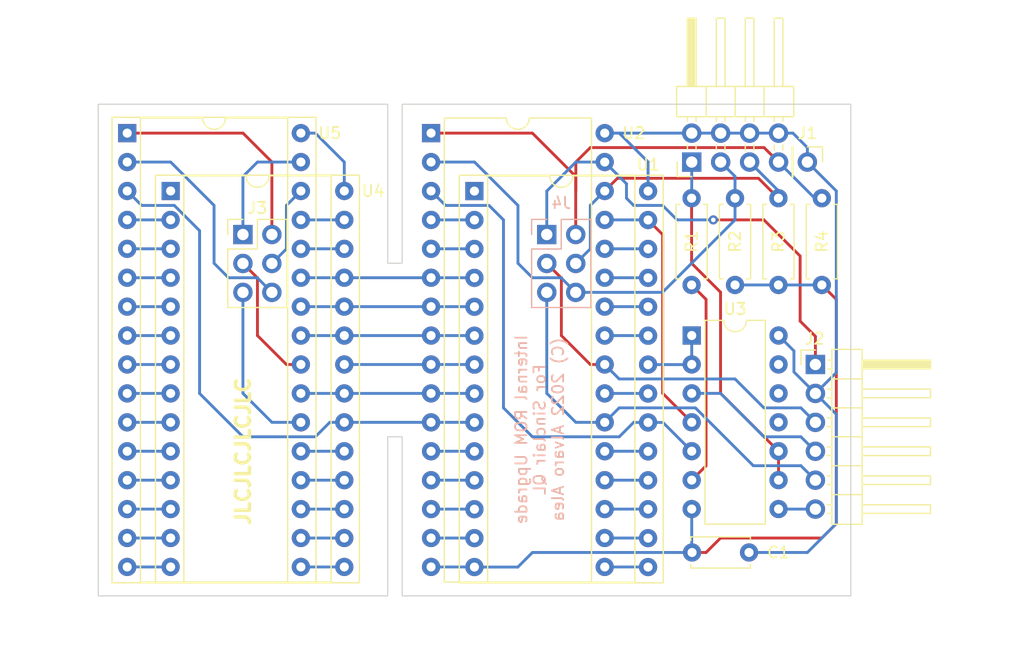
<source format=kicad_pcb>
(kicad_pcb (version 20221018) (generator pcbnew)
  (layers (0 "F.Cu" signal) (31 "B.Cu" signal) (34 "B.Paste" user) (35 "F.Paste" user) (36 "B.SilkS" user "B.Silkscreen") (37 "F.SilkS" user "F.Silkscreen") (38 "B.Mask" user) (39 "F.Mask" user) (44 "Edge.Cuts" user))
  (net 0 "")
  (net 1 "Net-(J1-Pin_1)")
  (net 2 "/D3")
  (net 3 "/D4")
  (net 4 "/A7")
  (net 5 "/D5")
  (net 6 "/A6")
  (net 7 "/D6")
  (net 8 "/A5")
  (net 9 "/D7")
  (net 10 "/A4")
  (net 11 "/A3")
  (net 12 "/A10")
  (net 13 "/A2")
  (net 14 "/A1")
  (net 15 "/A11")
  (net 16 "/A0")
  (net 17 "/A9")
  (net 18 "/D0")
  (net 19 "/A8")
  (net 20 "/D1")
  (net 21 "/D2")
  (net 22 "VCC")
  (net 23 "GND")
  (net 24 "/A12")
  (net 25 "/A15")
  (net 26 "Net-(J2-Pin_1)")
  (net 27 "/A13")
  (net 28 "/A14")
  (net 29 "/A18")
  (net 30 "/A16")
  (net 31 "/A17")
  (net 32 "Net-(J2-Pin_3)")
  (net 33 "Net-(J2-Pin_4)")
  (net 34 "Net-(J2-Pin_5)")
  (net 35 "Net-(R1-Pad1)")
  (net 39 "Net-(J2-Pin_6)")
  (net 40 "Net-(J3-Pin_1)")
  (net 41 "Net-(J3-Pin_2)")
  (net 42 "Net-(J3-Pin_3)")
  (net 43 "Net-(J3-Pin_4)")
  (net 44 "Net-(J3-Pin_5)")
  (net 45 "Net-(J3-Pin_6)")
  (net 47 "Net-(U1-~{OE})")
  (net 49 "Net-(U4-A12)")
  (net 50 "Net-(U4-A7)")
  (net 51 "Net-(U4-A6)")
  (net 52 "Net-(U4-A5)")
  (net 53 "Net-(U4-A4)")
  (net 54 "Net-(U4-A3)")
  (net 55 "Net-(U4-A2)")
  (net 56 "Net-(U4-A1)")
  (net 57 "Net-(U4-A0)")
  (net 58 "Net-(U4-D0)")
  (net 59 "Net-(U4-D1)")
  (net 60 "Net-(U4-D2)")
  (net 61 "Net-(U4-GND)")
  (net 62 "Net-(U4-D3)")
  (net 63 "Net-(U4-D4)")
  (net 64 "Net-(U4-D5)")
  (net 65 "Net-(U4-D6)")
  (net 66 "Net-(U4-D7)")
  (net 67 "Net-(U4-A13)")
  (net 68 "Net-(U4-A14)")
  (net 69 "Net-(U4-VCC)")
  (footprint "Resistor_THT:R_Axial_DIN0207_L6.3mm_D2.5mm_P7.62mm_Horizontal" (layer "F.Cu") (at 160.02 71.12 90)
    (fp_text reference "R4" (at 3.81 0 90) (layer "F.SilkS"))
    (fp_text value "R")
    (pad "1" thru_hole circle (at 0 0 90) (size 1.6 1.6) (drill 0.8) (layers "*.Cu" "*.Mask") (net 23 "GND"))
    (pad "2" thru_hole oval (at 7.62 0 90) (size 1.6 1.6) (drill 0.8) (layers "*.Cu" "*.Mask") (net 29 "/A18"))
  )
  (footprint "Package_DIP:DIP-32_W15.24mm_Socket" (layer "F.Cu") (at 99.06 57.785)
    (fp_text reference "U5" (at 17.78 0) (layer "F.SilkS"))
    (fp_text value "39SF040")
    (pad "1" thru_hole rect (at 0 0) (size 1.6 1.6) (drill 0.8) (layers "*.Cu" "*.Mask") (net 41 "Net-(J3-Pin_2)"))
    (pad "2" thru_hole oval (at 0 2.54) (size 1.6 1.6) (drill 0.8) (layers "*.Cu" "*.Mask") (net 45 "Net-(J3-Pin_6)"))
    (pad "3" thru_hole oval (at 0 5.08) (size 1.6 1.6) (drill 0.8) (layers "*.Cu" "*.Mask") (net 14 "/A1"))
    (pad "4" thru_hole oval (at 0 7.62) (size 1.6 1.6) (drill 0.8) (layers "*.Cu" "*.Mask") (net 49 "Net-(U4-A12)"))
    (pad "5" thru_hole oval (at 0 10.16) (size 1.6 1.6) (drill 0.8) (layers "*.Cu" "*.Mask") (net 50 "Net-(U4-A7)"))
    (pad "6" thru_hole oval (at 0 12.7) (size 1.6 1.6) (drill 0.8) (layers "*.Cu" "*.Mask") (net 51 "Net-(U4-A6)"))
    (pad "7" thru_hole oval (at 0 15.24) (size 1.6 1.6) (drill 0.8) (layers "*.Cu" "*.Mask") (net 52 "Net-(U4-A5)"))
    (pad "8" thru_hole oval (at 0 17.78) (size 1.6 1.6) (drill 0.8) (layers "*.Cu" "*.Mask") (net 53 "Net-(U4-A4)"))
    (pad "9" thru_hole oval (at 0 20.32) (size 1.6 1.6) (drill 0.8) (layers "*.Cu" "*.Mask") (net 54 "Net-(U4-A3)"))
    (pad "10" thru_hole oval (at 0 22.86) (size 1.6 1.6) (drill 0.8) (layers "*.Cu" "*.Mask") (net 55 "Net-(U4-A2)"))
    (pad "11" thru_hole oval (at 0 25.4) (size 1.6 1.6) (drill 0.8) (layers "*.Cu" "*.Mask") (net 56 "Net-(U4-A1)"))
    (pad "12" thru_hole oval (at 0 27.94) (size 1.6 1.6) (drill 0.8) (layers "*.Cu" "*.Mask") (net 57 "Net-(U4-A0)"))
    (pad "13" thru_hole oval (at 0 30.48) (size 1.6 1.6) (drill 0.8) (layers "*.Cu" "*.Mask") (net 58 "Net-(U4-D0)"))
    (pad "14" thru_hole oval (at 0 33.02) (size 1.6 1.6) (drill 0.8) (layers "*.Cu" "*.Mask") (net 59 "Net-(U4-D1)"))
    (pad "15" thru_hole oval (at 0 35.56) (size 1.6 1.6) (drill 0.8) (layers "*.Cu" "*.Mask") (net 60 "Net-(U4-D2)"))
    (pad "16" thru_hole oval (at 0 38.1) (size 1.6 1.6) (drill 0.8) (layers "*.Cu" "*.Mask") (net 61 "Net-(U4-GND)"))
    (pad "17" thru_hole oval (at 15.24 38.1) (size 1.6 1.6) (drill 0.8) (layers "*.Cu" "*.Mask") (net 62 "Net-(U4-D3)"))
    (pad "18" thru_hole oval (at 15.24 35.56) (size 1.6 1.6) (drill 0.8) (layers "*.Cu" "*.Mask") (net 63 "Net-(U4-D4)"))
    (pad "19" thru_hole oval (at 15.24 33.02) (size 1.6 1.6) (drill 0.8) (layers "*.Cu" "*.Mask") (net 64 "Net-(U4-D5)"))
    (pad "20" thru_hole oval (at 15.24 30.48) (size 1.6 1.6) (drill 0.8) (layers "*.Cu" "*.Mask") (net 65 "Net-(U4-D6)"))
    (pad "21" thru_hole oval (at 15.24 27.94) (size 1.6 1.6) (drill 0.8) (layers "*.Cu" "*.Mask") (net 66 "Net-(U4-D7)"))
    (pad "22" thru_hole oval (at 15.24 25.4) (size 1.6 1.6) (drill 0.8) (layers "*.Cu" "*.Mask") (net 44 "Net-(J3-Pin_5)"))
    (pad "23" thru_hole oval (at 15.24 22.86) (size 1.6 1.6) (drill 0.8) (layers "*.Cu" "*.Mask") (net 13 "/A2"))
    (pad "24" thru_hole oval (at 15.24 20.32) (size 1.6 1.6) (drill 0.8) (layers "*.Cu" "*.Mask") (net 42 "Net-(J3-Pin_3)"))
    (pad "25" thru_hole oval (at 15.24 17.78) (size 1.6 1.6) (drill 0.8) (layers "*.Cu" "*.Mask") (net 10 "/A4"))
    (pad "26" thru_hole oval (at 15.24 15.24) (size 1.6 1.6) (drill 0.8) (layers "*.Cu" "*.Mask") (net 8 "/A5"))
    (pad "27" thru_hole oval (at 15.24 12.7) (size 1.6 1.6) (drill 0.8) (layers "*.Cu" "*.Mask") (net 6 "/A6"))
    (pad "28" thru_hole oval (at 15.24 10.16) (size 1.6 1.6) (drill 0.8) (layers "*.Cu" "*.Mask") (net 67 "Net-(U4-A13)"))
    (pad "29" thru_hole oval (at 15.24 7.62) (size 1.6 1.6) (drill 0.8) (layers "*.Cu" "*.Mask") (net 68 "Net-(U4-A14)"))
    (pad "30" thru_hole oval (at 15.24 5.08) (size 1.6 1.6) (drill 0.8) (layers "*.Cu" "*.Mask") (net 43 "Net-(J3-Pin_4)"))
    (pad "31" thru_hole oval (at 15.24 2.54) (size 1.6 1.6) (drill 0.8) (layers "*.Cu" "*.Mask") (net 40 "Net-(J3-Pin_1)"))
    (pad "32" thru_hole oval (at 15.24 0) (size 1.6 1.6) (drill 0.8) (layers "*.Cu" "*.Mask") (net 69 "Net-(U4-VCC)"))
  )
  (footprint "Resistor_THT:R_Axial_DIN0207_L6.3mm_D2.5mm_P7.62mm_Horizontal" (layer "F.Cu") (at 148.59 71.12 90)
    (fp_text reference "R1" (at 3.81 0 90) (layer "F.SilkS"))
    (fp_text value "R")
    (pad "1" thru_hole circle (at 0 0 90) (size 1.6 1.6) (drill 0.8) (layers "*.Cu" "*.Mask") (net 35 "Net-(R1-Pad1)"))
    (pad "2" thru_hole oval (at 7.62 0 90) (size 1.6 1.6) (drill 0.8) (layers "*.Cu" "*.Mask") (net 1 "Net-(J1-Pin_1)"))
  )
  (footprint "Package_DIP:DIP-28_W15.24mm_Socket" (layer "F.Cu") (at 129.53 62.875)
    (fp_text reference "U1" (at 15.25 -2.33) (layer "F.SilkS"))
    (fp_text value "27C256")
    (pad "1" thru_hole rect (at 0 0) (size 1.6 1.6) (drill 0.8) (layers "*.Cu" "*.Mask"))
    (pad "2" thru_hole oval (at 0 2.54) (size 1.6 1.6) (drill 0.8) (layers "*.Cu" "*.Mask") (net 24 "/A12"))
    (pad "3" thru_hole oval (at 0 5.08) (size 1.6 1.6) (drill 0.8) (layers "*.Cu" "*.Mask") (net 4 "/A7"))
    (pad "4" thru_hole oval (at 0 7.62) (size 1.6 1.6) (drill 0.8) (layers "*.Cu" "*.Mask") (net 6 "/A6"))
    (pad "5" thru_hole oval (at 0 10.16) (size 1.6 1.6) (drill 0.8) (layers "*.Cu" "*.Mask") (net 8 "/A5"))
    (pad "6" thru_hole oval (at 0 12.7) (size 1.6 1.6) (drill 0.8) (layers "*.Cu" "*.Mask") (net 10 "/A4"))
    (pad "7" thru_hole oval (at 0 15.24) (size 1.6 1.6) (drill 0.8) (layers "*.Cu" "*.Mask") (net 11 "/A3"))
    (pad "8" thru_hole oval (at 0 17.78) (size 1.6 1.6) (drill 0.8) (layers "*.Cu" "*.Mask") (net 13 "/A2"))
    (pad "9" thru_hole oval (at 0 20.32) (size 1.6 1.6) (drill 0.8) (layers "*.Cu" "*.Mask") (net 14 "/A1"))
    (pad "10" thru_hole oval (at 0 22.86) (size 1.6 1.6) (drill 0.8) (layers "*.Cu" "*.Mask") (net 16 "/A0"))
    (pad "11" thru_hole oval (at 0 25.4) (size 1.6 1.6) (drill 0.8) (layers "*.Cu" "*.Mask") (net 18 "/D0"))
    (pad "12" thru_hole oval (at 0 27.94) (size 1.6 1.6) (drill 0.8) (layers "*.Cu" "*.Mask") (net 20 "/D1"))
    (pad "13" thru_hole oval (at 0 30.48) (size 1.6 1.6) (drill 0.8) (layers "*.Cu" "*.Mask") (net 21 "/D2"))
    (pad "14" thru_hole oval (at 0 33.02) (size 1.6 1.6) (drill 0.8) (layers "*.Cu" "*.Mask") (net 23 "GND"))
    (pad "15" thru_hole oval (at 15.24 33.02) (size 1.6 1.6) (drill 0.8) (layers "*.Cu" "*.Mask") (net 2 "/D3"))
    (pad "16" thru_hole oval (at 15.24 30.48) (size 1.6 1.6) (drill 0.8) (layers "*.Cu" "*.Mask") (net 3 "/D4"))
    (pad "17" thru_hole oval (at 15.24 27.94) (size 1.6 1.6) (drill 0.8) (layers "*.Cu" "*.Mask") (net 5 "/D5"))
    (pad "18" thru_hole oval (at 15.24 25.4) (size 1.6 1.6) (drill 0.8) (layers "*.Cu" "*.Mask") (net 7 "/D6"))
    (pad "19" thru_hole oval (at 15.24 22.86) (size 1.6 1.6) (drill 0.8) (layers "*.Cu" "*.Mask") (net 9 "/D7"))
    (pad "20" thru_hole oval (at 15.24 20.32) (size 1.6 1.6) (drill 0.8) (layers "*.Cu" "*.Mask") (net 25 "/A15"))
    (pad "21" thru_hole oval (at 15.24 17.78) (size 1.6 1.6) (drill 0.8) (layers "*.Cu" "*.Mask") (net 12 "/A10"))
    (pad "22" thru_hole oval (at 15.24 15.24) (size 1.6 1.6) (drill 0.8) (layers "*.Cu" "*.Mask") (net 47 "Net-(U1-~{OE})"))
    (pad "23" thru_hole oval (at 15.24 12.7) (size 1.6 1.6) (drill 0.8) (layers "*.Cu" "*.Mask") (net 15 "/A11"))
    (pad "24" thru_hole oval (at 15.24 10.16) (size 1.6 1.6) (drill 0.8) (layers "*.Cu" "*.Mask") (net 17 "/A9"))
    (pad "25" thru_hole oval (at 15.24 7.62) (size 1.6 1.6) (drill 0.8) (layers "*.Cu" "*.Mask") (net 19 "/A8"))
    (pad "26" thru_hole oval (at 15.24 5.08) (size 1.6 1.6) (drill 0.8) (layers "*.Cu" "*.Mask") (net 27 "/A13"))
    (pad "27" thru_hole oval (at 15.24 2.54) (size 1.6 1.6) (drill 0.8) (layers "*.Cu" "*.Mask") (net 28 "/A14"))
    (pad "28" thru_hole oval (at 15.24 0) (size 1.6 1.6) (drill 0.8) (layers "*.Cu" "*.Mask") (net 22 "VCC"))
  )
  (footprint "Package_DIP:DIP-14_W7.62mm" (layer "F.Cu") (at 148.6 75.56)
    (fp_text reference "U3" (at 3.81 -2.33) (layer "F.SilkS"))
    (fp_text value "74LS00")
    (pad "1" thru_hole rect (at 0 0) (size 1.6 1.6) (drill 0.8) (layers "*.Cu" "*.Mask") (net 47 "Net-(U1-~{OE})"))
    (pad "2" thru_hole oval (at 0 2.54) (size 1.6 1.6) (drill 0.8) (layers "*.Cu" "*.Mask") (net 47 "Net-(U1-~{OE})"))
    (pad "3" thru_hole oval (at 0 5.08) (size 1.6 1.6) (drill 0.8) (layers "*.Cu" "*.Mask") (net 33 "Net-(J2-Pin_4)"))
    (pad "4" thru_hole oval (at 0 7.62) (size 1.6 1.6) (drill 0.8) (layers "*.Cu" "*.Mask") (net 28 "/A14"))
    (pad "5" thru_hole oval (at 0 10.16) (size 1.6 1.6) (drill 0.8) (layers "*.Cu" "*.Mask") (net 25 "/A15"))
    (pad "6" thru_hole oval (at 0 12.7) (size 1.6 1.6) (drill 0.8) (layers "*.Cu" "*.Mask") (net 35 "Net-(R1-Pad1)"))
    (pad "7" thru_hole oval (at 0 15.24) (size 1.6 1.6) (drill 0.8) (layers "*.Cu" "*.Mask") (net 23 "GND"))
    (pad "8" thru_hole oval (at 7.62 15.24) (size 1.6 1.6) (drill 0.8) (layers "*.Cu" "*.Mask") (net 39 "Net-(J2-Pin_6)"))
    (pad "9" thru_hole oval (at 7.62 12.7) (size 1.6 1.6) (drill 0.8) (layers "*.Cu" "*.Mask") (net 1 "Net-(J1-Pin_1)"))
    (pad "10" thru_hole oval (at 7.62 10.16) (size 1.6 1.6) (drill 0.8) (layers "*.Cu" "*.Mask") (net 1 "Net-(J1-Pin_1)"))
    (pad "11" thru_hole oval (at 7.62 7.62) (size 1.6 1.6) (drill 0.8) (layers "*.Cu" "*.Mask"))
    (pad "12" thru_hole oval (at 7.62 5.08) (size 1.6 1.6) (drill 0.8) (layers "*.Cu" "*.Mask"))
    (pad "13" thru_hole oval (at 7.62 2.54) (size 1.6 1.6) (drill 0.8) (layers "*.Cu" "*.Mask"))
    (pad "14" thru_hole oval (at 7.62 0) (size 1.6 1.6) (drill 0.8) (layers "*.Cu" "*.Mask") (net 22 "VCC"))
  )
  (footprint "Connector_PinHeader_2.54mm:PinHeader_1x06_P2.54mm_Horizontal" (layer "F.Cu") (at 159.455 78.105)
    (fp_text reference "J2" (at -0.07 -2.27) (layer "F.SilkS"))
    (fp_text value "Conn_02x03_Odd_Even")
    (pad "1" thru_hole rect (at 0 0) (size 1.7 1.7) (drill 1) (layers "*.Cu" "*.Mask") (net 26 "Net-(J2-Pin_1)"))
    (pad "2" thru_hole oval (at 0 2.54) (size 1.7 1.7) (drill 1) (layers "*.Cu" "*.Mask") (net 22 "VCC"))
    (pad "3" thru_hole oval (at 0 5.08) (size 1.7 1.7) (drill 1) (layers "*.Cu" "*.Mask") (net 32 "Net-(J2-Pin_3)"))
    (pad "4" thru_hole oval (at 0 7.62) (size 1.7 1.7) (drill 1) (layers "*.Cu" "*.Mask") (net 33 "Net-(J2-Pin_4)"))
    (pad "5" thru_hole oval (at 0 10.16) (size 1.7 1.7) (drill 1) (layers "*.Cu" "*.Mask") (net 34 "Net-(J2-Pin_5)"))
    (pad "6" thru_hole oval (at 0 12.7) (size 1.7 1.7) (drill 1) (layers "*.Cu" "*.Mask") (net 39 "Net-(J2-Pin_6)"))
  )
  (footprint "Connector_PinHeader_2.54mm:PinHeader_2x03_P2.54mm_Vertical" (layer "F.Cu") (at 109.215 66.69)
    (fp_text reference "J3" (at 1.27 -2.33) (layer "F.SilkS"))
    (fp_text value "Conn_02x03_Odd_Even")
    (pad "1" thru_hole rect (at 0 0) (size 1.7 1.7) (drill 1) (layers "*.Cu" "*.Mask") (net 40 "Net-(J3-Pin_1)"))
    (pad "2" thru_hole oval (at 2.54 0) (size 1.7 1.7) (drill 1) (layers "*.Cu" "*.Mask") (net 41 "Net-(J3-Pin_2)"))
    (pad "3" thru_hole oval (at 0 2.54) (size 1.7 1.7) (drill 1) (layers "*.Cu" "*.Mask") (net 42 "Net-(J3-Pin_3)"))
    (pad "4" thru_hole oval (at 2.54 2.54) (size 1.7 1.7) (drill 1) (layers "*.Cu" "*.Mask") (net 43 "Net-(J3-Pin_4)"))
    (pad "5" thru_hole oval (at 0 5.08) (size 1.7 1.7) (drill 1) (layers "*.Cu" "*.Mask") (net 44 "Net-(J3-Pin_5)"))
    (pad "6" thru_hole oval (at 2.54 5.08) (size 1.7 1.7) (drill 1) (layers "*.Cu" "*.Mask") (net 45 "Net-(J3-Pin_6)"))
  )
  (footprint "Resistor_THT:R_Axial_DIN0207_L6.3mm_D2.5mm_P7.62mm_Horizontal" (layer "F.Cu") (at 156.21 71.12 90)
    (fp_text reference "R3" (at 3.81 0 90) (layer "F.SilkS"))
    (fp_text value "R")
    (pad "1" thru_hole circle (at 0 0 90) (size 1.6 1.6) (drill 0.8) (layers "*.Cu" "*.Mask") (net 23 "GND"))
    (pad "2" thru_hole oval (at 7.62 0 90) (size 1.6 1.6) (drill 0.8) (layers "*.Cu" "*.Mask") (net 31 "/A17"))
  )
  (footprint "Connector_PinHeader_2.54mm:PinHeader_2x04_P2.54mm_Horizontal" (layer "F.Cu") (at 148.6 60.325 90)
    (fp_text reference "J1" (at 2.54 10.15 180) (layer "F.SilkS"))
    (fp_text value "Conn_02x04_Odd_Even")
    (pad "1" thru_hole rect (at 0 0 90) (size 1.7 1.7) (drill 1) (layers "*.Cu" "*.Mask") (net 1 "Net-(J1-Pin_1)"))
    (pad "2" thru_hole oval (at 2.54 0 90) (size 1.7 1.7) (drill 1) (layers "*.Cu" "*.Mask") (net 22 "VCC"))
    (pad "3" thru_hole oval (at 0 2.54 90) (size 1.7 1.7) (drill 1) (layers "*.Cu" "*.Mask") (net 30 "/A16"))
    (pad "4" thru_hole oval (at 2.54 2.54 90) (size 1.7 1.7) (drill 1) (layers "*.Cu" "*.Mask") (net 22 "VCC"))
    (pad "5" thru_hole oval (at 0 5.08 90) (size 1.7 1.7) (drill 1) (layers "*.Cu" "*.Mask") (net 31 "/A17"))
    (pad "6" thru_hole oval (at 2.54 5.08 90) (size 1.7 1.7) (drill 1) (layers "*.Cu" "*.Mask") (net 22 "VCC"))
    (pad "7" thru_hole oval (at 0 7.62 90) (size 1.7 1.7) (drill 1) (layers "*.Cu" "*.Mask") (net 29 "/A18"))
    (pad "8" thru_hole oval (at 2.54 7.62 90) (size 1.7 1.7) (drill 1) (layers "*.Cu" "*.Mask") (net 22 "VCC"))
  )
  (footprint "Package_DIP:DIP-32_W15.24mm" (layer "F.Cu") (at 125.725 57.785)
    (fp_text reference "U2" (at 17.785 0) (layer "F.SilkS"))
    (fp_text value "39SF040")
    (pad "1" thru_hole rect (at 0 0) (size 1.6 1.6) (drill 0.8) (layers "*.Cu" "*.Mask") (net 29 "/A18"))
    (pad "2" thru_hole oval (at 0 2.54) (size 1.6 1.6) (drill 0.8) (layers "*.Cu" "*.Mask") (net 30 "/A16"))
    (pad "3" thru_hole oval (at 0 5.08) (size 1.6 1.6) (drill 0.8) (layers "*.Cu" "*.Mask") (net 25 "/A15"))
    (pad "4" thru_hole oval (at 0 7.62) (size 1.6 1.6) (drill 0.8) (layers "*.Cu" "*.Mask") (net 24 "/A12"))
    (pad "5" thru_hole oval (at 0 10.16) (size 1.6 1.6) (drill 0.8) (layers "*.Cu" "*.Mask") (net 4 "/A7"))
    (pad "6" thru_hole oval (at 0 12.7) (size 1.6 1.6) (drill 0.8) (layers "*.Cu" "*.Mask") (net 6 "/A6"))
    (pad "7" thru_hole oval (at 0 15.24) (size 1.6 1.6) (drill 0.8) (layers "*.Cu" "*.Mask") (net 8 "/A5"))
    (pad "8" thru_hole oval (at 0 17.78) (size 1.6 1.6) (drill 0.8) (layers "*.Cu" "*.Mask") (net 10 "/A4"))
    (pad "9" thru_hole oval (at 0 20.32) (size 1.6 1.6) (drill 0.8) (layers "*.Cu" "*.Mask") (net 11 "/A3"))
    (pad "10" thru_hole oval (at 0 22.86) (size 1.6 1.6) (drill 0.8) (layers "*.Cu" "*.Mask") (net 13 "/A2"))
    (pad "11" thru_hole oval (at 0 25.4) (size 1.6 1.6) (drill 0.8) (layers "*.Cu" "*.Mask") (net 14 "/A1"))
    (pad "12" thru_hole oval (at 0 27.94) (size 1.6 1.6) (drill 0.8) (layers "*.Cu" "*.Mask") (net 16 "/A0"))
    (pad "13" thru_hole oval (at 0 30.48) (size 1.6 1.6) (drill 0.8) (layers "*.Cu" "*.Mask") (net 18 "/D0"))
    (pad "14" thru_hole oval (at 0 33.02) (size 1.6 1.6) (drill 0.8) (layers "*.Cu" "*.Mask") (net 20 "/D1"))
    (pad "15" thru_hole oval (at 0 35.56) (size 1.6 1.6) (drill 0.8) (layers "*.Cu" "*.Mask") (net 21 "/D2"))
    (pad "16" thru_hole oval (at 0 38.1) (size 1.6 1.6) (drill 0.8) (layers "*.Cu" "*.Mask") (net 23 "GND"))
    (pad "17" thru_hole oval (at 15.24 38.1) (size 1.6 1.6) (drill 0.8) (layers "*.Cu" "*.Mask") (net 2 "/D3"))
    (pad "18" thru_hole oval (at 15.24 35.56) (size 1.6 1.6) (drill 0.8) (layers "*.Cu" "*.Mask") (net 3 "/D4"))
    (pad "19" thru_hole oval (at 15.24 33.02) (size 1.6 1.6) (drill 0.8) (layers "*.Cu" "*.Mask") (net 5 "/D5"))
    (pad "20" thru_hole oval (at 15.24 30.48) (size 1.6 1.6) (drill 0.8) (layers "*.Cu" "*.Mask") (net 7 "/D6"))
    (pad "21" thru_hole oval (at 15.24 27.94) (size 1.6 1.6) (drill 0.8) (layers "*.Cu" "*.Mask") (net 9 "/D7"))
    (pad "22" thru_hole oval (at 15.24 25.4) (size 1.6 1.6) (drill 0.8) (layers "*.Cu" "*.Mask") (net 34 "Net-(J2-Pin_5)"))
    (pad "23" thru_hole oval (at 15.24 22.86) (size 1.6 1.6) (drill 0.8) (layers "*.Cu" "*.Mask") (net 12 "/A10"))
    (pad "24" thru_hole oval (at 15.24 20.32) (size 1.6 1.6) (drill 0.8) (layers "*.Cu" "*.Mask") (net 32 "Net-(J2-Pin_3)"))
    (pad "25" thru_hole oval (at 15.24 17.78) (size 1.6 1.6) (drill 0.8) (layers "*.Cu" "*.Mask") (net 15 "/A11"))
    (pad "26" thru_hole oval (at 15.24 15.24) (size 1.6 1.6) (drill 0.8) (layers "*.Cu" "*.Mask") (net 17 "/A9"))
    (pad "27" thru_hole oval (at 15.24 12.7) (size 1.6 1.6) (drill 0.8) (layers "*.Cu" "*.Mask") (net 19 "/A8"))
    (pad "28" thru_hole oval (at 15.24 10.16) (size 1.6 1.6) (drill 0.8) (layers "*.Cu" "*.Mask") (net 27 "/A13"))
    (pad "29" thru_hole oval (at 15.24 7.62) (size 1.6 1.6) (drill 0.8) (layers "*.Cu" "*.Mask") (net 28 "/A14"))
    (pad "30" thru_hole oval (at 15.24 5.08) (size 1.6 1.6) (drill 0.8) (layers "*.Cu" "*.Mask") (net 31 "/A17"))
    (pad "31" thru_hole oval (at 15.24 2.54) (size 1.6 1.6) (drill 0.8) (layers "*.Cu" "*.Mask") (net 26 "Net-(J2-Pin_1)"))
    (pad "32" thru_hole oval (at 15.24 0) (size 1.6 1.6) (drill 0.8) (layers "*.Cu" "*.Mask") (net 22 "VCC"))
  )
  (footprint "Resistor_THT:R_Axial_DIN0207_L6.3mm_D2.5mm_P7.62mm_Horizontal" (layer "F.Cu") (at 152.4 71.12 90)
    (fp_text reference "R2" (at 3.81 0 90) (layer "F.SilkS"))
    (fp_text value "R")
    (pad "1" thru_hole circle (at 0 0 90) (size 1.6 1.6) (drill 0.8) (layers "*.Cu" "*.Mask") (net 23 "GND"))
    (pad "2" thru_hole oval (at 7.62 0 90) (size 1.6 1.6) (drill 0.8) (layers "*.Cu" "*.Mask") (net 30 "/A16"))
  )
  (footprint "Connector_PinHeader_2.54mm:PinHeader_1x01_P2.54mm_Vertical" (layer "F.Cu") (at 158.75 60.325 -90)
    (fp_text reference "J5" hide)
    (fp_text value "Conn_01x01")
    (pad "1" thru_hole circle (at 0 0 270) (size 1.7 1.7) (drill 1) (layers "*.Cu" "*.Mask") (net 22 "VCC"))
  )
  (footprint "Capacitor_THT:C_Disc_D5.0mm_W2.5mm_P5.00mm" (layer "F.Cu") (at 153.63 94.615 180)
    (fp_text reference "C1" (at -2.58 0 180) (layer "F.SilkS"))
    (fp_text value "C")
    (pad "1" thru_hole circle (at 0 0 180) (size 1.6 1.6) (drill 0.8) (layers "*.Cu" "*.Mask") (net 22 "VCC"))
    (pad "2" thru_hole circle (at 5 0 180) (size 1.6 1.6) (drill 0.8) (layers "*.Cu" "*.Mask") (net 23 "GND"))
  )
  (footprint "Package_DIP:DIP-28_W15.24mm_Socket" (layer "F.Cu") (at 102.87 62.865)
    (fp_text reference "U4" (at 17.78 0) (layer "F.SilkS"))
    (fp_text value "27C256")
    (pad "1" thru_hole rect (at 0 0) (size 1.6 1.6) (drill 0.8) (layers "*.Cu" "*.Mask"))
    (pad "2" thru_hole oval (at 0 2.54) (size 1.6 1.6) (drill 0.8) (layers "*.Cu" "*.Mask") (net 49 "Net-(U4-A12)"))
    (pad "3" thru_hole oval (at 0 5.08) (size 1.6 1.6) (drill 0.8) (layers "*.Cu" "*.Mask") (net 50 "Net-(U4-A7)"))
    (pad "4" thru_hole oval (at 0 7.62) (size 1.6 1.6) (drill 0.8) (layers "*.Cu" "*.Mask") (net 51 "Net-(U4-A6)"))
    (pad "5" thru_hole oval (at 0 10.16) (size 1.6 1.6) (drill 0.8) (layers "*.Cu" "*.Mask") (net 52 "Net-(U4-A5)"))
    (pad "6" thru_hole oval (at 0 12.7) (size 1.6 1.6) (drill 0.8) (layers "*.Cu" "*.Mask") (net 53 "Net-(U4-A4)"))
    (pad "7" thru_hole oval (at 0 15.24) (size 1.6 1.6) (drill 0.8) (layers "*.Cu" "*.Mask") (net 54 "Net-(U4-A3)"))
    (pad "8" thru_hole oval (at 0 17.78) (size 1.6 1.6) (drill 0.8) (layers "*.Cu" "*.Mask") (net 55 "Net-(U4-A2)"))
    (pad "9" thru_hole oval (at 0 20.32) (size 1.6 1.6) (drill 0.8) (layers "*.Cu" "*.Mask") (net 56 "Net-(U4-A1)"))
    (pad "10" thru_hole oval (at 0 22.86) (size 1.6 1.6) (drill 0.8) (layers "*.Cu" "*.Mask") (net 57 "Net-(U4-A0)"))
    (pad "11" thru_hole oval (at 0 25.4) (size 1.6 1.6) (drill 0.8) (layers "*.Cu" "*.Mask") (net 58 "Net-(U4-D0)"))
    (pad "12" thru_hole oval (at 0 27.94) (size 1.6 1.6) (drill 0.8) (layers "*.Cu" "*.Mask") (net 59 "Net-(U4-D1)"))
    (pad "13" thru_hole oval (at 0 30.48) (size 1.6 1.6) (drill 0.8) (layers "*.Cu" "*.Mask") (net 60 "Net-(U4-D2)"))
    (pad "14" thru_hole oval (at 0 33.02) (size 1.6 1.6) (drill 0.8) (layers "*.Cu" "*.Mask") (net 61 "Net-(U4-GND)"))
    (pad "15" thru_hole oval (at 15.24 33.02) (size 1.6 1.6) (drill 0.8) (layers "*.Cu" "*.Mask") (net 62 "Net-(U4-D3)"))
    (pad "16" thru_hole oval (at 15.24 30.48) (size 1.6 1.6) (drill 0.8) (layers "*.Cu" "*.Mask") (net 63 "Net-(U4-D4)"))
    (pad "17" thru_hole oval (at 15.24 27.94) (size 1.6 1.6) (drill 0.8) (layers "*.Cu" "*.Mask") (net 64 "Net-(U4-D5)"))
    (pad "18" thru_hole oval (at 15.24 25.4) (size 1.6 1.6) (drill 0.8) (layers "*.Cu" "*.Mask") (net 65 "Net-(U4-D6)"))
    (pad "19" thru_hole oval (at 15.24 22.86) (size 1.6 1.6) (drill 0.8) (layers "*.Cu" "*.Mask") (net 66 "Net-(U4-D7)"))
    (pad "20" thru_hole oval (at 15.24 20.32) (size 1.6 1.6) (drill 0.8) (layers "*.Cu" "*.Mask") (net 14 "/A1"))
    (pad "21" thru_hole oval (at 15.24 17.78) (size 1.6 1.6) (drill 0.8) (layers "*.Cu" "*.Mask") (net 13 "/A2"))
    (pad "22" thru_hole oval (at 15.24 15.24) (size 1.6 1.6) (drill 0.8) (layers "*.Cu" "*.Mask") (net 11 "/A3"))
    (pad "23" thru_hole oval (at 15.24 12.7) (size 1.6 1.6) (drill 0.8) (layers "*.Cu" "*.Mask") (net 10 "/A4"))
    (pad "24" thru_hole oval (at 15.24 10.16) (size 1.6 1.6) (drill 0.8) (layers "*.Cu" "*.Mask") (net 8 "/A5"))
    (pad "25" thru_hole oval (at 15.24 7.62) (size 1.6 1.6) (drill 0.8) (layers "*.Cu" "*.Mask") (net 6 "/A6"))
    (pad "26" thru_hole oval (at 15.24 5.08) (size 1.6 1.6) (drill 0.8) (layers "*.Cu" "*.Mask") (net 67 "Net-(U4-A13)"))
    (pad "27" thru_hole oval (at 15.24 2.54) (size 1.6 1.6) (drill 0.8) (layers "*.Cu" "*.Mask") (net 68 "Net-(U4-A14)"))
    (pad "28" thru_hole oval (at 15.24 0) (size 1.6 1.6) (drill 0.8) (layers "*.Cu" "*.Mask") (net 69 "Net-(U4-VCC)"))
  )
  (footprint "Connector_PinSocket_2.54mm:PinSocket_2x03_P2.54mm_Vertical" (layer "B.Cu") (at 135.88 66.69 180)
    (fp_text reference "J4" (at -1.27 2.77) (layer "B.SilkS") (effects (justify mirror)))
    (fp_text value "Conn_02x03_Odd_Even")
    (pad "1" thru_hole rect (at 0 0 180) (size 1.7 1.7) (drill 1) (layers "*.Cu" "*.Mask") (net 26 "Net-(J2-Pin_1)"))
    (pad "2" thru_hole oval (at -2.54 0 180) (size 1.7 1.7) (drill 1) (layers "*.Cu" "*.Mask") (net 29 "/A18"))
    (pad "3" thru_hole oval (at 0 -2.54 180) (size 1.7 1.7) (drill 1) (layers "*.Cu" "*.Mask") (net 32 "Net-(J2-Pin_3)"))
    (pad "4" thru_hole oval (at -2.54 -2.54 180) (size 1.7 1.7) (drill 1) (layers "*.Cu" "*.Mask") (net 31 "/A17"))
    (pad "5" thru_hole oval (at 0 -5.08 180) (size 1.7 1.7) (drill 1) (layers "*.Cu" "*.Mask") (net 34 "Net-(J2-Pin_5)"))
    (pad "6" thru_hole oval (at -2.54 -5.08 180) (size 1.7 1.7) (drill 1) (layers "*.Cu" "*.Mask") (net 30 "/A16"))
  )
  (gr_poly (pts (xy 121.92 69.215) (xy 123.19 69.215) (xy 123.19 55.245) (xy 162.56 55.245) (xy 162.56 98.425) (xy 123.19 98.425) (xy 123.19 84.455) (xy 121.92 84.455) (xy 121.92 98.425) (xy 96.52 98.425) (xy 96.52 55.245) (xy 121.92 55.245)) (stroke (width 0.1)) (fill none) (layer "Edge.Cuts"))
  (gr_text "Internal ROM Upgrade\nFor Sinclair QL\n(C) 2022 Alvaro Alea" (at 135.255 83.82 90) (layer "B.SilkS") (effects (font (size 1 1)) (justify mirror)))
  (gr_text "JLCJLCJLCJLC" (at 109.22 85.725 90) (layer "F.SilkS") (effects (font (size 1.25 1.25) (thickness 0.3))))
  (segment (start 156.22 88.26) (end 156.22 85.72) (width 0.25) (layer "F.Cu") (net 1))
  (segment (start 151.13 71.755) (end 148.59 69.215) (width 0.25) (layer "F.Cu") (net 1))
  (segment (start 151.13 80.63) (end 151.13 71.755) (width 0.25) (layer "F.Cu") (net 1))
  (segment (start 148.59 69.215) (end 148.59 63.5) (width 0.25) (layer "F.Cu") (net 1))
  (segment (start 156.22 85.72) (end 151.13 80.63) (width 0.25) (layer "F.Cu") (net 1))
  (segment (start 148.6 60.325) (end 148.6 63.49) (width 0.25) (layer "B.Cu") (net 1))
  (segment (start 148.6 63.49) (end 148.59 63.5) (width 0.25) (layer "B.Cu") (net 1))
  (segment (start 140.965 95.885) (end 144.76 95.885) (width 0.25) (layer "B.Cu") (net 2))
  (segment (start 144.76 95.885) (end 144.77 95.895) (width 0.25) (layer "B.Cu") (net 2))
  (segment (start 140.965 93.345) (end 144.76 93.345) (width 0.25) (layer "B.Cu") (net 3))
  (segment (start 144.76 93.345) (end 144.77 93.355) (width 0.25) (layer "B.Cu") (net 3))
  (segment (start 125.725 67.945) (end 129.52 67.945) (width 0.25) (layer "B.Cu") (net 4))
  (segment (start 129.52 67.945) (end 129.53 67.955) (width 0.25) (layer "B.Cu") (net 4))
  (segment (start 140.965 90.805) (end 144.76 90.805) (width 0.25) (layer "B.Cu") (net 5))
  (segment (start 144.76 90.805) (end 144.77 90.815) (width 0.25) (layer "B.Cu") (net 5))
  (segment (start 129.52 70.485) (end 129.53 70.495) (width 0.25) (layer "B.Cu") (net 6))
  (segment (start 118.11 70.485) (end 125.725 70.485) (width 0.25) (layer "B.Cu") (net 6))
  (segment (start 114.3 70.485) (end 118.11 70.485) (width 0.25) (layer "B.Cu") (net 6))
  (segment (start 125.725 70.485) (end 129.52 70.485) (width 0.25) (layer "B.Cu") (net 6))
  (segment (start 140.965 88.265) (end 144.76 88.265) (width 0.25) (layer "B.Cu") (net 7))
  (segment (start 144.76 88.265) (end 144.77 88.275) (width 0.25) (layer "B.Cu") (net 7))
  (segment (start 118.11 73.025) (end 125.725 73.025) (width 0.25) (layer "B.Cu") (net 8))
  (segment (start 118.11 73.025) (end 114.3 73.025) (width 0.25) (layer "B.Cu") (net 8))
  (segment (start 125.725 73.025) (end 129.52 73.025) (width 0.25) (layer "B.Cu") (net 8))
  (segment (start 129.52 73.025) (end 129.53 73.035) (width 0.25) (layer "B.Cu") (net 8))
  (segment (start 140.965 85.725) (end 144.76 85.725) (width 0.25) (layer "B.Cu") (net 9))
  (segment (start 144.76 85.725) (end 144.77 85.735) (width 0.25) (layer "B.Cu") (net 9))
  (segment (start 114.3 75.565) (end 118.11 75.565) (width 0.25) (layer "B.Cu") (net 10))
  (segment (start 118.11 75.565) (end 125.725 75.565) (width 0.25) (layer "B.Cu") (net 10))
  (segment (start 129.52 75.565) (end 129.53 75.575) (width 0.25) (layer "B.Cu") (net 10))
  (segment (start 125.725 75.565) (end 129.52 75.565) (width 0.25) (layer "B.Cu") (net 10))
  (segment (start 129.52 78.105) (end 129.53 78.115) (width 0.25) (layer "B.Cu") (net 11))
  (segment (start 125.725 78.105) (end 129.52 78.105) (width 0.25) (layer "B.Cu") (net 11))
  (segment (start 118.11 78.105) (end 125.725 78.105) (width 0.25) (layer "B.Cu") (net 11))
  (segment (start 144.76 80.645) (end 144.77 80.655) (width 0.25) (layer "B.Cu") (net 12))
  (segment (start 140.965 80.645) (end 144.76 80.645) (width 0.25) (layer "B.Cu") (net 12))
  (segment (start 129.52 80.645) (end 129.53 80.655) (width 0.25) (layer "B.Cu") (net 13))
  (segment (start 125.725 80.645) (end 129.52 80.645) (width 0.25) (layer "B.Cu") (net 13))
  (segment (start 118.11 80.645) (end 114.3 80.645) (width 0.25) (layer "B.Cu") (net 13))
  (segment (start 125.725 80.645) (end 118.11 80.645) (width 0.25) (layer "B.Cu") (net 13))
  (segment (start 125.725 83.185) (end 129.52 83.185) (width 0.25) (layer "B.Cu") (net 14))
  (segment (start 115.57 84.455) (end 116.84 83.185) (width 0.25) (layer "B.Cu") (net 14))
  (segment (start 116.84 83.185) (end 118.11 83.185) (width 0.25) (layer "B.Cu") (net 14))
  (segment (start 125.725 83.185) (end 118.11 83.185) (width 0.25) (layer "B.Cu") (net 14))
  (segment (start 103.1903 64.135) (end 105.41 66.3547) (width 0.25) (layer "B.Cu") (net 14))
  (segment (start 105.41 66.3547) (end 105.41 80.645) (width 0.25) (layer "B.Cu") (net 14))
  (segment (start 99.06 62.865) (end 100.33 64.135) (width 0.25) (layer "B.Cu") (net 14))
  (segment (start 100.33 64.135) (end 103.1903 64.135) (width 0.25) (layer "B.Cu") (net 14))
  (segment (start 105.41 80.645) (end 109.22 84.455) (width 0.25) (layer "B.Cu") (net 14))
  (segment (start 109.22 84.455) (end 115.57 84.455) (width 0.25) (layer "B.Cu") (net 14))
  (segment (start 129.52 83.185) (end 129.53 83.195) (width 0.25) (layer "B.Cu") (net 14))
  (segment (start 140.965 75.565) (end 144.76 75.565) (width 0.25) (layer "B.Cu") (net 15))
  (segment (start 144.76 75.565) (end 144.77 75.575) (width 0.25) (layer "B.Cu") (net 15))
  (segment (start 125.725 85.725) (end 129.52 85.725) (width 0.25) (layer "B.Cu") (net 16))
  (segment (start 129.52 85.725) (end 129.53 85.735) (width 0.25) (layer "B.Cu") (net 16))
  (segment (start 144.76 73.025) (end 144.77 73.035) (width 0.25) (layer "B.Cu") (net 17))
  (segment (start 140.965 73.025) (end 144.76 73.025) (width 0.25) (layer "B.Cu") (net 17))
  (segment (start 125.725 88.265) (end 129.52 88.265) (width 0.25) (layer "B.Cu") (net 18))
  (segment (start 129.52 88.265) (end 129.53 88.275) (width 0.25) (layer "B.Cu") (net 18))
  (segment (start 144.76 70.485) (end 144.77 70.495) (width 0.25) (layer "B.Cu") (net 19))
  (segment (start 140.965 70.485) (end 144.76 70.485) (width 0.25) (layer "B.Cu") (net 19))
  (segment (start 129.52 90.805) (end 129.53 90.815) (width 0.25) (layer "B.Cu") (net 20))
  (segment (start 125.725 90.805) (end 129.52 90.805) (width 0.25) (layer "B.Cu") (net 20))
  (segment (start 129.52 93.345) (end 129.53 93.355) (width 0.25) (layer "B.Cu") (net 21))
  (segment (start 125.725 93.345) (end 129.52 93.345) (width 0.25) (layer "B.Cu") (net 21))
  (segment (start 159.455 80.645) (end 161.29 78.81) (width 0.25) (layer "B.Cu") (net 22))
  (segment (start 161.29 82.48) (end 161.29 92.075) (width 0.25) (layer "B.Cu") (net 22))
  (segment (start 157.569511 78.759511) (end 159.455 80.645) (width 0.25) (layer "B.Cu") (net 22))
  (segment (start 156.22 75.56) (end 157.569511 76.909511) (width 0.25) (layer "B.Cu") (net 22))
  (segment (start 158.75 60.325) (end 161.29 62.865) (width 0.25) (layer "B.Cu") (net 22))
  (segment (start 159.455 80.645) (end 161.29 82.48) (width 0.25) (layer "B.Cu") (net 22))
  (segment (start 144.77 62.875) (end 144.77 60.335) (width 0.25) (layer "B.Cu") (net 22))
  (segment (start 161.29 78.81) (end 161.29 62.865) (width 0.25) (layer "B.Cu") (net 22))
  (segment (start 161.29 92.075) (end 158.75 94.615) (width 0.25) (layer "B.Cu") (net 22))
  (segment (start 144.77 60.335) (end 144.78 60.325) (width 0.25) (layer "B.Cu") (net 22))
  (segment (start 158.75 94.615) (end 153.63 94.615) (width 0.25) (layer "B.Cu") (net 22))
  (segment (start 140.965 57.785) (end 157.48 57.785) (width 0.25) (layer "B.Cu") (net 22))
  (segment (start 144.78 60.325) (end 142.24 57.785) (width 0.25) (layer "B.Cu") (net 22))
  (segment (start 158.75 59.055) (end 158.75 60.325) (width 0.25) (layer "B.Cu") (net 22))
  (segment (start 157.48 57.785) (end 158.75 59.055) (width 0.25) (layer "B.Cu") (net 22))
  (segment (start 157.569511 76.909511) (end 157.569511 78.759511) (width 0.25) (layer "B.Cu") (net 22))
  (segment (start 160.02 93.345) (end 151.13 93.345) (width 0.25) (layer "F.Cu") (net 23))
  (segment (start 151.13 93.345) (end 149.86 94.615) (width 0.25) (layer "F.Cu") (net 23))
  (segment (start 161.29 92.075) (end 160.02 93.345) (width 0.25) (layer "F.Cu") (net 23))
  (segment (start 149.86 94.615) (end 148.63 94.615) (width 0.25) (layer "F.Cu") (net 23))
  (segment (start 160.02 71.12) (end 161.29 72.39) (width 0.25) (layer "F.Cu") (net 23))
  (segment (start 161.29 72.39) (end 161.29 92.075) (width 0.25) (layer "F.Cu") (net 23))
  (segment (start 129.52 95.885) (end 129.53 95.895) (width 0.25) (layer "B.Cu") (net 23))
  (segment (start 125.725 95.885) (end 129.52 95.885) (width 0.25) (layer "B.Cu") (net 23))
  (segment (start 160.02 71.12) (end 152.4 71.12) (width 0.25) (layer "B.Cu") (net 23))
  (segment (start 129.53 95.895) (end 133.34 95.895) (width 0.25) (layer "B.Cu") (net 23))
  (segment (start 148.6 94.585) (end 148.63 94.615) (width 0.25) (layer "B.Cu") (net 23))
  (segment (start 148.6 90.8) (end 148.6 94.585) (width 0.25) (layer "B.Cu") (net 23))
  (segment (start 133.34 95.895) (end 134.62 94.615) (width 0.25) (layer "B.Cu") (net 23))
  (segment (start 134.62 94.615) (end 148.63 94.615) (width 0.25) (layer "B.Cu") (net 23))
  (segment (start 129.52 65.405) (end 129.53 65.415) (width 0.25) (layer "B.Cu") (net 24))
  (segment (start 125.725 65.405) (end 129.52 65.405) (width 0.25) (layer "B.Cu") (net 24))
  (segment (start 146.075 83.195) (end 148.6 85.72) (width 0.25) (layer "B.Cu") (net 25))
  (segment (start 144.77 83.195) (end 146.075 83.195) (width 0.25) (layer "B.Cu") (net 25))
  (segment (start 143.51 83.185) (end 142.24 84.455) (width 0.25) (layer "B.Cu") (net 25))
  (segment (start 143.51 83.185) (end 143.52 83.195) (width 0.25) (layer "B.Cu") (net 25))
  (segment (start 143.52 83.195) (end 144.77 83.195) (width 0.25) (layer "B.Cu") (net 25))
  (segment (start 132.08 81.915) (end 134.62 84.455) (width 0.25) (layer "B.Cu") (net 25))
  (segment (start 134.62 84.455) (end 142.24 84.455) (width 0.25) (layer "B.Cu") (net 25))
  (segment (start 126.995 64.135) (end 130.81 64.135) (width 0.25) (layer "B.Cu") (net 25))
  (segment (start 125.725 62.865) (end 126.995 64.135) (width 0.25) (layer "B.Cu") (net 25))
  (segment (start 132.08 65.405) (end 132.08 81.915) (width 0.25) (layer "B.Cu") (net 25))
  (segment (start 130.81 64.135) (end 132.08 65.405) (width 0.25) (layer "B.Cu") (net 25))
  (segment (start 158.115 68.58) (end 158.115 74.295) (width 0.25) (layer "F.Cu") (net 26))
  (segment (start 150.495 65.405) (end 154.94 65.405) (width 0.25) (layer "F.Cu") (net 26))
  (segment (start 159.455 75.635) (end 159.455 78.105) (width 0.25) (layer "F.Cu") (net 26))
  (segment (start 154.94 65.405) (end 158.115 68.58) (width 0.25) (layer "F.Cu") (net 26))
  (segment (start 158.115 74.295) (end 159.455 75.635) (width 0.25) (layer "F.Cu") (net 26))
  (via (at 150.495 65.405) (size 0.8) (drill 0.4) (layers "F.Cu" "B.Cu") (net 26))
  (segment (start 142.875 63.5) (end 143.51 64.135) (width 0.25) (layer "B.Cu") (net 26))
  (segment (start 140.965 60.325) (end 142.87 62.23) (width 0.25) (layer "B.Cu") (net 26))
  (segment (start 135.88 62.875) (end 138.43 60.325) (width 0.25) (layer "B.Cu") (net 26))
  (segment (start 147.32 65.405) (end 150.495 65.405) (width 0.25) (layer "B.Cu") (net 26))
  (segment (start 135.88 66.69) (end 135.88 62.875) (width 0.25) (layer "B.Cu") (net 26))
  (segment (start 142.87 62.23) (end 142.875 62.23) (width 0.25) (layer "B.Cu") (net 26))
  (segment (start 143.51 64.135) (end 146.05 64.135) (width 0.25) (layer "B.Cu") (net 26))
  (segment (start 142.875 62.23) (end 142.875 63.5) (width 0.25) (layer "B.Cu") (net 26))
  (segment (start 138.43 60.325) (end 140.965 60.325) (width 0.25) (layer "B.Cu") (net 26))
  (segment (start 146.05 64.135) (end 147.32 65.405) (width 0.25) (layer "B.Cu") (net 26))
  (segment (start 140.965 67.945) (end 144.76 67.945) (width 0.25) (layer "B.Cu") (net 27))
  (segment (start 144.76 67.945) (end 144.77 67.955) (width 0.25) (layer "B.Cu") (net 27))
  (segment (start 148.6 83.18) (end 146.05 80.63) (width 0.25) (layer "F.Cu") (net 28))
  (segment (start 146.05 66.695) (end 144.77 65.415) (width 0.25) (layer "F.Cu") (net 28))
  (segment (start 146.05 80.63) (end 146.05 66.695) (width 0.25) (layer "F.Cu") (net 28))
  (segment (start 144.76 65.405) (end 144.77 65.415) (width 0.25) (layer "B.Cu") (net 28))
  (segment (start 140.965 65.405) (end 144.76 65.405) (width 0.25) (layer "B.Cu") (net 28))
  (segment (start 138.42 61.585) (end 134.62 57.785) (width 0.25) (layer "F.Cu") (net 29))
  (segment (start 138.43 60.325) (end 138.43 62.865) (width 0.25) (layer "F.Cu") (net 29))
  (segment (start 138.42 66.69) (end 138.42 61.585) (width 0.25) (layer "F.Cu") (net 29))
  (segment (start 139.7 59.055) (end 138.43 60.325) (width 0.25) (layer "F.Cu") (net 29))
  (segment (start 154.95 59.055) (end 139.7 59.055) (width 0.25) (layer "F.Cu") (net 29))
  (segment (start 156.22 60.325) (end 154.95 59.055) (width 0.25) (layer "F.Cu") (net 29))
  (segment (start 134.62 57.785) (end 125.725 57.785) (width 0.25) (layer "F.Cu") (net 29))
  (segment (start 159.395 63.5) (end 160.02 63.5) (width 0.25) (layer "B.Cu") (net 29))
  (segment (start 156.22 60.325) (end 159.395 63.5) (width 0.25) (layer "B.Cu") (net 29))
  (segment (start 134.62 70.485) (end 133.35 69.215) (width 0.25) (layer "B.Cu") (net 30))
  (segment (start 151.14 60.325) (end 152.4 61.585) (width 0.25) (layer "B.Cu") (net 30))
  (segment (start 129.54 60.325) (end 125.725 60.325) (width 0.25) (layer "B.Cu") (net 30))
  (segment (start 137.16 70.485) (end 134.62 70.485) (width 0.25) (layer "B.Cu") (net 30))
  (segment (start 138.42 71.77) (end 137.16 70.51) (width 0.25) (layer "B.Cu") (net 30))
  (segment (start 152.4 65.405) (end 146.035 71.77) (width 0.25) (layer "B.Cu") (net 30))
  (segment (start 133.35 64.135) (end 133.35 69.215) (width 0.25) (layer "B.Cu") (net 30))
  (segment (start 146.035 71.77) (end 138.42 71.77) (width 0.25) (layer "B.Cu") (net 30))
  (segment (start 152.4 61.585) (end 152.4 63.5) (width 0.25) (layer "B.Cu") (net 30))
  (segment (start 152.4 63.5) (end 152.4 65.405) (width 0.25) (layer "B.Cu") (net 30))
  (segment (start 129.54 60.325) (end 133.35 64.135) (width 0.25) (layer "B.Cu") (net 30))
  (segment (start 137.16 70.51) (end 137.16 70.485) (width 0.25) (layer "B.Cu") (net 30))
  (segment (start 154.460489 61.750489) (end 156.21 63.5) (width 0.25) (layer "F.Cu") (net 31))
  (segment (start 140.965 62.865) (end 142.079511 61.750489) (width 0.25) (layer "F.Cu") (net 31))
  (segment (start 142.079511 61.750489) (end 154.460489 61.750489) (width 0.25) (layer "F.Cu") (net 31))
  (segment (start 153.68 60.325) (end 156.21 62.855) (width 0.25) (layer "B.Cu") (net 31))
  (segment (start 139.7 64.13) (end 140.965 62.865) (width 0.25) (layer "B.Cu") (net 31))
  (segment (start 139.7 67.95) (end 139.7 64.13) (width 0.25) (layer "B.Cu") (net 31))
  (segment (start 138.42 69.23) (end 139.7 67.95) (width 0.25) (layer "B.Cu") (net 31))
  (segment (start 156.21 62.855) (end 156.21 63.5) (width 0.25) (layer "B.Cu") (net 31))
  (segment (start 137.135 70.485) (end 137.16 70.485) (width 0.25) (layer "F.Cu") (net 32))
  (segment (start 137.16 75.565) (end 139.7 78.105) (width 0.25) (layer "F.Cu") (net 32))
  (segment (start 135.88 69.23) (end 137.135 70.485) (width 0.25) (layer "F.Cu") (net 32))
  (segment (start 139.7 78.105) (end 140.965 78.105) (width 0.25) (layer "F.Cu") (net 32))
  (segment (start 137.16 70.485) (end 137.16 75.565) (width 0.25) (layer "F.Cu") (net 32))
  (segment (start 154.94 81.915) (end 158.185 81.915) (width 0.25) (layer "B.Cu") (net 32))
  (segment (start 152.4 79.375) (end 154.94 81.915) (width 0.25) (layer "B.Cu") (net 32))
  (segment (start 142.235 79.375) (end 152.4 79.375) (width 0.25) (layer "B.Cu") (net 32))
  (segment (start 158.185 81.915) (end 159.455 83.185) (width 0.25) (layer "B.Cu") (net 32))
  (segment (start 140.965 78.105) (end 142.235 79.375) (width 0.25) (layer "B.Cu") (net 32))
  (segment (start 159.455 85.725) (end 158.185 84.455) (width 0.25) (layer "B.Cu") (net 33))
  (segment (start 154.94 84.455) (end 151.125 80.64) (width 0.25) (layer "B.Cu") (net 33))
  (segment (start 151.125 80.64) (end 148.6 80.64) (width 0.25) (layer "B.Cu") (net 33))
  (segment (start 158.185 84.455) (end 154.94 84.455) (width 0.25) (layer "B.Cu") (net 33))
  (segment (start 154.0053 86.995) (end 148.9253 81.915) (width 0.25) (layer "B.Cu") (net 34))
  (segment (start 148.9253 81.915) (end 142.235 81.915) (width 0.25) (layer "B.Cu") (net 34))
  (segment (start 159.455 88.265) (end 158.185 86.995) (width 0.25) (layer "B.Cu") (net 34))
  (segment (start 135.88 80.635) (end 135.88 71.77) (width 0.25) (layer "B.Cu") (net 34))
  (segment (start 158.185 86.995) (end 154.0053 86.995) (width 0.25) (layer "B.Cu") (net 34))
  (segment (start 138.43 83.185) (end 135.88 80.635) (width 0.25) (layer "B.Cu") (net 34))
  (segment (start 140.965 83.185) (end 138.43 83.185) (width 0.25) (layer "B.Cu") (net 34))
  (segment (start 142.235 81.915) (end 140.965 83.185) (width 0.25) (layer "B.Cu") (net 34))
  (segment (start 149.86 87) (end 149.86 72.39) (width 0.25) (layer "F.Cu") (net 35))
  (segment (start 148.6 88.26) (end 149.86 87) (width 0.25) (layer "F.Cu") (net 35))
  (segment (start 149.86 72.39) (end 148.59 71.12) (width 0.25) (layer "F.Cu") (net 35))
  (segment (start 159.455 90.805) (end 156.225 90.805) (width 0.25) (layer "B.Cu") (net 39))
  (segment (start 156.225 90.805) (end 156.22 90.8) (width 0.25) (layer "B.Cu") (net 39))
  (segment (start 110.49 60.325) (end 114.3 60.325) (width 0.25) (layer "B.Cu") (net 40))
  (segment (start 109.215 66.69) (end 109.215 61.6) (width 0.25) (layer "B.Cu") (net 40))
  (segment (start 109.215 61.6) (end 110.49 60.325) (width 0.25) (layer "B.Cu") (net 40))
  (segment (start 111.755 60.32) (end 109.22 57.785) (width 0.25) (layer "F.Cu") (net 41))
  (segment (start 109.22 57.785) (end 99.06 57.785) (width 0.25) (layer "F.Cu") (net 41))
  (segment (start 111.755 66.69) (end 111.755 60.32) (width 0.25) (layer "F.Cu") (net 41))
  (segment (start 110.49 70.485) (end 110.49 75.565) (width 0.25) (layer "F.Cu") (net 42))
  (segment (start 109.215 69.23) (end 110.47 70.485) (width 0.25) (layer "F.Cu") (net 42))
  (segment (start 110.47 70.485) (end 110.49 70.485) (width 0.25) (layer "F.Cu") (net 42))
  (segment (start 113.03 78.105) (end 114.3 78.105) (width 0.25) (layer "F.Cu") (net 42))
  (segment (start 110.49 75.565) (end 113.03 78.105) (width 0.25) (layer "F.Cu") (net 42))
  (segment (start 111.755 69.23) (end 113.03 67.955) (width 0.25) (layer "B.Cu") (net 43))
  (segment (start 113.03 64.135) (end 114.3 62.865) (width 0.25) (layer "B.Cu") (net 43))
  (segment (start 113.03 67.955) (end 113.03 64.135) (width 0.25) (layer "B.Cu") (net 43))
  (segment (start 111.76 83.185) (end 109.215 80.64) (width 0.25) (layer "B.Cu") (net 44))
  (segment (start 114.3 83.185) (end 111.76 83.185) (width 0.25) (layer "B.Cu") (net 44))
  (segment (start 109.215 80.64) (end 109.215 71.77) (width 0.25) (layer "B.Cu") (net 44))
  (segment (start 99.06 60.325) (end 102.87 60.325) (width 0.25) (layer "B.Cu") (net 45))
  (segment (start 106.68 64.135) (end 106.68 69.215) (width 0.25) (layer "B.Cu") (net 45))
  (segment (start 110.49 70.485) (end 110.49 70.505) (width 0.25) (layer "B.Cu") (net 45))
  (segment (start 107.95 70.485) (end 110.49 70.485) (width 0.25) (layer "B.Cu") (net 45))
  (segment (start 110.49 70.505) (end 111.755 71.77) (width 0.25) (layer "B.Cu") (net 45))
  (segment (start 102.87 60.325) (end 106.68 64.135) (width 0.25) (layer "B.Cu") (net 45))
  (segment (start 106.68 69.215) (end 107.95 70.485) (width 0.25) (layer "B.Cu") (net 45))
  (segment (start 148.585 78.115) (end 148.6 78.1) (width 0.25) (layer "B.Cu") (net 47))
  (segment (start 148.6 75.56) (end 148.6 78.1) (width 0.25) (layer "B.Cu") (net 47))
  (segment (start 144.77 78.115) (end 148.585 78.115) (width 0.25) (layer "B.Cu") (net 47))
  (segment (start 99.06 65.405) (end 102.87 65.405) (width 0.25) (layer "B.Cu") (net 49))
  (segment (start 102.87 67.945) (end 99.06 67.945) (width 0.25) (layer "B.Cu") (net 50))
  (segment (start 99.06 70.485) (end 102.87 70.485) (width 0.25) (layer "B.Cu") (net 51))
  (segment (start 102.87 73.025) (end 99.06 73.025) (width 0.25) (layer "B.Cu") (net 52))
  (segment (start 99.06 75.565) (end 102.87 75.565) (width 0.25) (layer "B.Cu") (net 53))
  (segment (start 102.87 78.105) (end 99.06 78.105) (width 0.25) (layer "B.Cu") (net 54))
  (segment (start 99.06 80.645) (end 102.87 80.645) (width 0.25) (layer "B.Cu") (net 55))
  (segment (start 102.87 83.185) (end 99.06 83.185) (width 0.25) (layer "B.Cu") (net 56))
  (segment (start 99.06 85.725) (end 102.87 85.725) (width 0.25) (layer "B.Cu") (net 57))
  (segment (start 102.87 88.265) (end 99.06 88.265) (width 0.25) (layer "B.Cu") (net 58))
  (segment (start 99.06 90.805) (end 102.87 90.805) (width 0.25) (layer "B.Cu") (net 59))
  (segment (start 99.06 93.345) (end 102.87 93.345) (width 0.25) (layer "B.Cu") (net 60))
  (segment (start 99.06 95.885) (end 102.87 95.885) (width 0.25) (layer "B.Cu") (net 61))
  (segment (start 114.3 95.885) (end 118.11 95.885) (width 0.25) (layer "B.Cu") (net 62))
  (segment (start 114.3 93.345) (end 118.11 93.345) (width 0.25) (layer "B.Cu") (net 63))
  (segment (start 114.3 90.805) (end 118.11 90.805) (width 0.25) (layer "B.Cu") (net 64))
  (segment (start 114.3 88.265) (end 118.11 88.265) (width 0.25) (layer "B.Cu") (net 65))
  (segment (start 114.3 85.725) (end 118.11 85.725) (width 0.25) (layer "B.Cu") (net 66))
  (segment (start 118.11 67.945) (end 114.3 67.945) (width 0.25) (layer "B.Cu") (net 67))
  (segment (start 114.3 65.405) (end 118.11 65.405) (width 0.25) (layer "B.Cu") (net 68))
  (segment (start 115.57 57.785) (end 114.3 57.785) (width 0.25) (layer "B.Cu") (net 69))
  (segment (start 118.11 60.325) (end 115.57 57.785) (width 0.25) (layer "B.Cu") (net 69))
  (segment (start 118.11 62.865) (end 118.11 60.325) (width 0.25) (layer "B.Cu") (net 69))
)
</source>
